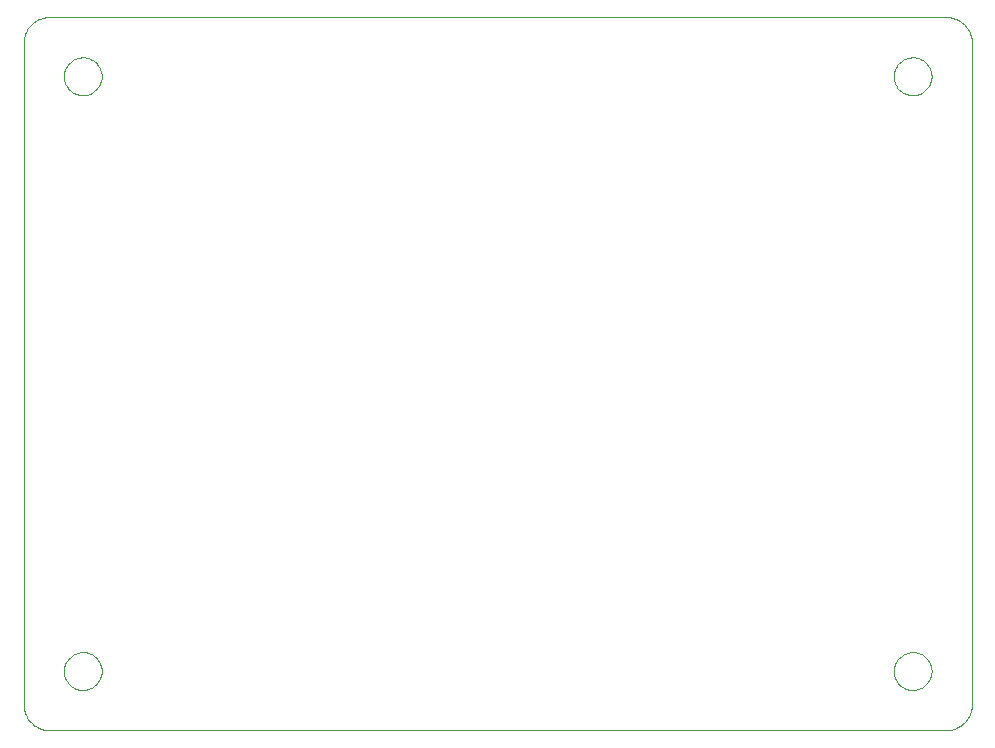
<source format=gbp>
G75*
G70*
%OFA0B0*%
%FSLAX24Y24*%
%IPPOS*%
%LPD*%
%AMOC8*
5,1,8,0,0,1.08239X$1,22.5*
%
%ADD10C,0.0000*%
D10*
X003736Y007660D02*
X033762Y007660D01*
X033763Y007660D02*
X033820Y007666D01*
X033877Y007676D01*
X033933Y007690D01*
X033988Y007708D01*
X034042Y007729D01*
X034094Y007754D01*
X034144Y007783D01*
X034192Y007815D01*
X034238Y007850D01*
X034282Y007888D01*
X034322Y007928D01*
X034360Y007972D01*
X034395Y008018D01*
X034427Y008066D01*
X034456Y008116D01*
X034481Y008168D01*
X034502Y008222D01*
X034520Y008277D01*
X034534Y008333D01*
X034544Y008390D01*
X034550Y008447D01*
X034550Y030637D01*
X034550Y030638D02*
X034544Y030695D01*
X034534Y030752D01*
X034520Y030808D01*
X034502Y030863D01*
X034481Y030917D01*
X034456Y030969D01*
X034427Y031019D01*
X034395Y031067D01*
X034360Y031113D01*
X034322Y031157D01*
X034282Y031197D01*
X034238Y031235D01*
X034192Y031270D01*
X034144Y031302D01*
X034094Y031331D01*
X034042Y031356D01*
X033988Y031377D01*
X033933Y031395D01*
X033877Y031409D01*
X033820Y031419D01*
X033763Y031425D01*
X033762Y031425D02*
X003736Y031425D01*
X003679Y031419D01*
X003622Y031409D01*
X003566Y031395D01*
X003511Y031377D01*
X003457Y031356D01*
X003405Y031331D01*
X003355Y031302D01*
X003307Y031270D01*
X003261Y031235D01*
X003217Y031197D01*
X003177Y031157D01*
X003139Y031113D01*
X003104Y031067D01*
X003072Y031019D01*
X003043Y030969D01*
X003018Y030917D01*
X002997Y030863D01*
X002979Y030808D01*
X002965Y030752D01*
X002955Y030695D01*
X002949Y030638D01*
X002949Y030637D02*
X002949Y008447D01*
X002955Y008390D01*
X002965Y008333D01*
X002979Y008277D01*
X002997Y008222D01*
X003018Y008168D01*
X003043Y008116D01*
X003072Y008066D01*
X003104Y008018D01*
X003139Y007972D01*
X003177Y007928D01*
X003217Y007888D01*
X003261Y007850D01*
X003307Y007815D01*
X003355Y007783D01*
X003405Y007754D01*
X003457Y007729D01*
X003511Y007708D01*
X003566Y007690D01*
X003622Y007676D01*
X003679Y007666D01*
X003736Y007660D01*
X004287Y009629D02*
X004289Y009679D01*
X004295Y009729D01*
X004305Y009778D01*
X004319Y009826D01*
X004336Y009873D01*
X004357Y009918D01*
X004382Y009962D01*
X004410Y010003D01*
X004442Y010042D01*
X004476Y010079D01*
X004513Y010113D01*
X004553Y010143D01*
X004595Y010170D01*
X004639Y010194D01*
X004685Y010215D01*
X004732Y010231D01*
X004780Y010244D01*
X004830Y010253D01*
X004879Y010258D01*
X004930Y010259D01*
X004980Y010256D01*
X005029Y010249D01*
X005078Y010238D01*
X005126Y010223D01*
X005172Y010205D01*
X005217Y010183D01*
X005260Y010157D01*
X005301Y010128D01*
X005340Y010096D01*
X005376Y010061D01*
X005408Y010023D01*
X005438Y009983D01*
X005465Y009940D01*
X005488Y009896D01*
X005507Y009850D01*
X005523Y009802D01*
X005535Y009753D01*
X005543Y009704D01*
X005547Y009654D01*
X005547Y009604D01*
X005543Y009554D01*
X005535Y009505D01*
X005523Y009456D01*
X005507Y009408D01*
X005488Y009362D01*
X005465Y009318D01*
X005438Y009275D01*
X005408Y009235D01*
X005376Y009197D01*
X005340Y009162D01*
X005301Y009130D01*
X005260Y009101D01*
X005217Y009075D01*
X005172Y009053D01*
X005126Y009035D01*
X005078Y009020D01*
X005029Y009009D01*
X004980Y009002D01*
X004930Y008999D01*
X004879Y009000D01*
X004830Y009005D01*
X004780Y009014D01*
X004732Y009027D01*
X004685Y009043D01*
X004639Y009064D01*
X004595Y009088D01*
X004553Y009115D01*
X004513Y009145D01*
X004476Y009179D01*
X004442Y009216D01*
X004410Y009255D01*
X004382Y009296D01*
X004357Y009340D01*
X004336Y009385D01*
X004319Y009432D01*
X004305Y009480D01*
X004295Y009529D01*
X004289Y009579D01*
X004287Y009629D01*
X004287Y029456D02*
X004289Y029506D01*
X004295Y029556D01*
X004305Y029605D01*
X004319Y029653D01*
X004336Y029700D01*
X004357Y029745D01*
X004382Y029789D01*
X004410Y029830D01*
X004442Y029869D01*
X004476Y029906D01*
X004513Y029940D01*
X004553Y029970D01*
X004595Y029997D01*
X004639Y030021D01*
X004685Y030042D01*
X004732Y030058D01*
X004780Y030071D01*
X004830Y030080D01*
X004879Y030085D01*
X004930Y030086D01*
X004980Y030083D01*
X005029Y030076D01*
X005078Y030065D01*
X005126Y030050D01*
X005172Y030032D01*
X005217Y030010D01*
X005260Y029984D01*
X005301Y029955D01*
X005340Y029923D01*
X005376Y029888D01*
X005408Y029850D01*
X005438Y029810D01*
X005465Y029767D01*
X005488Y029723D01*
X005507Y029677D01*
X005523Y029629D01*
X005535Y029580D01*
X005543Y029531D01*
X005547Y029481D01*
X005547Y029431D01*
X005543Y029381D01*
X005535Y029332D01*
X005523Y029283D01*
X005507Y029235D01*
X005488Y029189D01*
X005465Y029145D01*
X005438Y029102D01*
X005408Y029062D01*
X005376Y029024D01*
X005340Y028989D01*
X005301Y028957D01*
X005260Y028928D01*
X005217Y028902D01*
X005172Y028880D01*
X005126Y028862D01*
X005078Y028847D01*
X005029Y028836D01*
X004980Y028829D01*
X004930Y028826D01*
X004879Y028827D01*
X004830Y028832D01*
X004780Y028841D01*
X004732Y028854D01*
X004685Y028870D01*
X004639Y028891D01*
X004595Y028915D01*
X004553Y028942D01*
X004513Y028972D01*
X004476Y029006D01*
X004442Y029043D01*
X004410Y029082D01*
X004382Y029123D01*
X004357Y029167D01*
X004336Y029212D01*
X004319Y029259D01*
X004305Y029307D01*
X004295Y029356D01*
X004289Y029406D01*
X004287Y029456D01*
X031951Y029456D02*
X031953Y029506D01*
X031959Y029556D01*
X031969Y029605D01*
X031983Y029653D01*
X032000Y029700D01*
X032021Y029745D01*
X032046Y029789D01*
X032074Y029830D01*
X032106Y029869D01*
X032140Y029906D01*
X032177Y029940D01*
X032217Y029970D01*
X032259Y029997D01*
X032303Y030021D01*
X032349Y030042D01*
X032396Y030058D01*
X032444Y030071D01*
X032494Y030080D01*
X032543Y030085D01*
X032594Y030086D01*
X032644Y030083D01*
X032693Y030076D01*
X032742Y030065D01*
X032790Y030050D01*
X032836Y030032D01*
X032881Y030010D01*
X032924Y029984D01*
X032965Y029955D01*
X033004Y029923D01*
X033040Y029888D01*
X033072Y029850D01*
X033102Y029810D01*
X033129Y029767D01*
X033152Y029723D01*
X033171Y029677D01*
X033187Y029629D01*
X033199Y029580D01*
X033207Y029531D01*
X033211Y029481D01*
X033211Y029431D01*
X033207Y029381D01*
X033199Y029332D01*
X033187Y029283D01*
X033171Y029235D01*
X033152Y029189D01*
X033129Y029145D01*
X033102Y029102D01*
X033072Y029062D01*
X033040Y029024D01*
X033004Y028989D01*
X032965Y028957D01*
X032924Y028928D01*
X032881Y028902D01*
X032836Y028880D01*
X032790Y028862D01*
X032742Y028847D01*
X032693Y028836D01*
X032644Y028829D01*
X032594Y028826D01*
X032543Y028827D01*
X032494Y028832D01*
X032444Y028841D01*
X032396Y028854D01*
X032349Y028870D01*
X032303Y028891D01*
X032259Y028915D01*
X032217Y028942D01*
X032177Y028972D01*
X032140Y029006D01*
X032106Y029043D01*
X032074Y029082D01*
X032046Y029123D01*
X032021Y029167D01*
X032000Y029212D01*
X031983Y029259D01*
X031969Y029307D01*
X031959Y029356D01*
X031953Y029406D01*
X031951Y029456D01*
X031951Y009629D02*
X031953Y009679D01*
X031959Y009729D01*
X031969Y009778D01*
X031983Y009826D01*
X032000Y009873D01*
X032021Y009918D01*
X032046Y009962D01*
X032074Y010003D01*
X032106Y010042D01*
X032140Y010079D01*
X032177Y010113D01*
X032217Y010143D01*
X032259Y010170D01*
X032303Y010194D01*
X032349Y010215D01*
X032396Y010231D01*
X032444Y010244D01*
X032494Y010253D01*
X032543Y010258D01*
X032594Y010259D01*
X032644Y010256D01*
X032693Y010249D01*
X032742Y010238D01*
X032790Y010223D01*
X032836Y010205D01*
X032881Y010183D01*
X032924Y010157D01*
X032965Y010128D01*
X033004Y010096D01*
X033040Y010061D01*
X033072Y010023D01*
X033102Y009983D01*
X033129Y009940D01*
X033152Y009896D01*
X033171Y009850D01*
X033187Y009802D01*
X033199Y009753D01*
X033207Y009704D01*
X033211Y009654D01*
X033211Y009604D01*
X033207Y009554D01*
X033199Y009505D01*
X033187Y009456D01*
X033171Y009408D01*
X033152Y009362D01*
X033129Y009318D01*
X033102Y009275D01*
X033072Y009235D01*
X033040Y009197D01*
X033004Y009162D01*
X032965Y009130D01*
X032924Y009101D01*
X032881Y009075D01*
X032836Y009053D01*
X032790Y009035D01*
X032742Y009020D01*
X032693Y009009D01*
X032644Y009002D01*
X032594Y008999D01*
X032543Y009000D01*
X032494Y009005D01*
X032444Y009014D01*
X032396Y009027D01*
X032349Y009043D01*
X032303Y009064D01*
X032259Y009088D01*
X032217Y009115D01*
X032177Y009145D01*
X032140Y009179D01*
X032106Y009216D01*
X032074Y009255D01*
X032046Y009296D01*
X032021Y009340D01*
X032000Y009385D01*
X031983Y009432D01*
X031969Y009480D01*
X031959Y009529D01*
X031953Y009579D01*
X031951Y009629D01*
M02*

</source>
